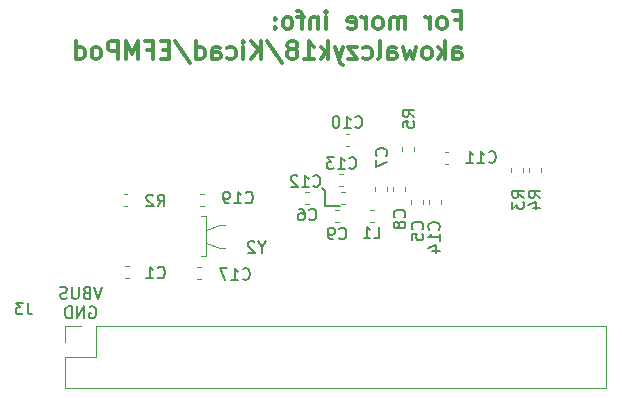
<source format=gbo>
G04 #@! TF.GenerationSoftware,KiCad,Pcbnew,(5.0.0)*
G04 #@! TF.CreationDate,2018-09-15T00:01:03-04:00*
G04 #@! TF.ProjectId,EFMPod,45464D506F642E6B696361645F706362,rev?*
G04 #@! TF.SameCoordinates,Original*
G04 #@! TF.FileFunction,Legend,Bot*
G04 #@! TF.FilePolarity,Positive*
%FSLAX46Y46*%
G04 Gerber Fmt 4.6, Leading zero omitted, Abs format (unit mm)*
G04 Created by KiCad (PCBNEW (5.0.0)) date 09/15/18 00:01:03*
%MOMM*%
%LPD*%
G01*
G04 APERTURE LIST*
%ADD10C,0.300000*%
%ADD11C,0.150000*%
%ADD12C,0.200000*%
%ADD13C,0.120000*%
G04 APERTURE END LIST*
D10*
X166079857Y-70499857D02*
X166579857Y-70499857D01*
X166579857Y-71285571D02*
X166579857Y-69785571D01*
X165865571Y-69785571D01*
X165079857Y-71285571D02*
X165222714Y-71214142D01*
X165294142Y-71142714D01*
X165365571Y-70999857D01*
X165365571Y-70571285D01*
X165294142Y-70428428D01*
X165222714Y-70357000D01*
X165079857Y-70285571D01*
X164865571Y-70285571D01*
X164722714Y-70357000D01*
X164651285Y-70428428D01*
X164579857Y-70571285D01*
X164579857Y-70999857D01*
X164651285Y-71142714D01*
X164722714Y-71214142D01*
X164865571Y-71285571D01*
X165079857Y-71285571D01*
X163937000Y-71285571D02*
X163937000Y-70285571D01*
X163937000Y-70571285D02*
X163865571Y-70428428D01*
X163794142Y-70357000D01*
X163651285Y-70285571D01*
X163508428Y-70285571D01*
X161865571Y-71285571D02*
X161865571Y-70285571D01*
X161865571Y-70428428D02*
X161794142Y-70357000D01*
X161651285Y-70285571D01*
X161437000Y-70285571D01*
X161294142Y-70357000D01*
X161222714Y-70499857D01*
X161222714Y-71285571D01*
X161222714Y-70499857D02*
X161151285Y-70357000D01*
X161008428Y-70285571D01*
X160794142Y-70285571D01*
X160651285Y-70357000D01*
X160579857Y-70499857D01*
X160579857Y-71285571D01*
X159651285Y-71285571D02*
X159794142Y-71214142D01*
X159865571Y-71142714D01*
X159937000Y-70999857D01*
X159937000Y-70571285D01*
X159865571Y-70428428D01*
X159794142Y-70357000D01*
X159651285Y-70285571D01*
X159437000Y-70285571D01*
X159294142Y-70357000D01*
X159222714Y-70428428D01*
X159151285Y-70571285D01*
X159151285Y-70999857D01*
X159222714Y-71142714D01*
X159294142Y-71214142D01*
X159437000Y-71285571D01*
X159651285Y-71285571D01*
X158508428Y-71285571D02*
X158508428Y-70285571D01*
X158508428Y-70571285D02*
X158437000Y-70428428D01*
X158365571Y-70357000D01*
X158222714Y-70285571D01*
X158079857Y-70285571D01*
X157008428Y-71214142D02*
X157151285Y-71285571D01*
X157437000Y-71285571D01*
X157579857Y-71214142D01*
X157651285Y-71071285D01*
X157651285Y-70499857D01*
X157579857Y-70357000D01*
X157437000Y-70285571D01*
X157151285Y-70285571D01*
X157008428Y-70357000D01*
X156937000Y-70499857D01*
X156937000Y-70642714D01*
X157651285Y-70785571D01*
X155151285Y-71285571D02*
X155151285Y-70285571D01*
X155151285Y-69785571D02*
X155222714Y-69857000D01*
X155151285Y-69928428D01*
X155079857Y-69857000D01*
X155151285Y-69785571D01*
X155151285Y-69928428D01*
X154437000Y-70285571D02*
X154437000Y-71285571D01*
X154437000Y-70428428D02*
X154365571Y-70357000D01*
X154222714Y-70285571D01*
X154008428Y-70285571D01*
X153865571Y-70357000D01*
X153794142Y-70499857D01*
X153794142Y-71285571D01*
X153294142Y-70285571D02*
X152722714Y-70285571D01*
X153079857Y-71285571D02*
X153079857Y-69999857D01*
X153008428Y-69857000D01*
X152865571Y-69785571D01*
X152722714Y-69785571D01*
X152008428Y-71285571D02*
X152151285Y-71214142D01*
X152222714Y-71142714D01*
X152294142Y-70999857D01*
X152294142Y-70571285D01*
X152222714Y-70428428D01*
X152151285Y-70357000D01*
X152008428Y-70285571D01*
X151794142Y-70285571D01*
X151651285Y-70357000D01*
X151579857Y-70428428D01*
X151508428Y-70571285D01*
X151508428Y-70999857D01*
X151579857Y-71142714D01*
X151651285Y-71214142D01*
X151794142Y-71285571D01*
X152008428Y-71285571D01*
X150865571Y-71142714D02*
X150794142Y-71214142D01*
X150865571Y-71285571D01*
X150937000Y-71214142D01*
X150865571Y-71142714D01*
X150865571Y-71285571D01*
X150865571Y-70357000D02*
X150794142Y-70428428D01*
X150865571Y-70499857D01*
X150937000Y-70428428D01*
X150865571Y-70357000D01*
X150865571Y-70499857D01*
X165937000Y-73835571D02*
X165937000Y-73049857D01*
X166008428Y-72907000D01*
X166151285Y-72835571D01*
X166437000Y-72835571D01*
X166579857Y-72907000D01*
X165937000Y-73764142D02*
X166079857Y-73835571D01*
X166437000Y-73835571D01*
X166579857Y-73764142D01*
X166651285Y-73621285D01*
X166651285Y-73478428D01*
X166579857Y-73335571D01*
X166437000Y-73264142D01*
X166079857Y-73264142D01*
X165937000Y-73192714D01*
X165222714Y-73835571D02*
X165222714Y-72335571D01*
X165079857Y-73264142D02*
X164651285Y-73835571D01*
X164651285Y-72835571D02*
X165222714Y-73407000D01*
X163794142Y-73835571D02*
X163937000Y-73764142D01*
X164008428Y-73692714D01*
X164079857Y-73549857D01*
X164079857Y-73121285D01*
X164008428Y-72978428D01*
X163937000Y-72907000D01*
X163794142Y-72835571D01*
X163579857Y-72835571D01*
X163437000Y-72907000D01*
X163365571Y-72978428D01*
X163294142Y-73121285D01*
X163294142Y-73549857D01*
X163365571Y-73692714D01*
X163437000Y-73764142D01*
X163579857Y-73835571D01*
X163794142Y-73835571D01*
X162794142Y-72835571D02*
X162508428Y-73835571D01*
X162222714Y-73121285D01*
X161937000Y-73835571D01*
X161651285Y-72835571D01*
X160437000Y-73835571D02*
X160437000Y-73049857D01*
X160508428Y-72907000D01*
X160651285Y-72835571D01*
X160937000Y-72835571D01*
X161079857Y-72907000D01*
X160437000Y-73764142D02*
X160579857Y-73835571D01*
X160937000Y-73835571D01*
X161079857Y-73764142D01*
X161151285Y-73621285D01*
X161151285Y-73478428D01*
X161079857Y-73335571D01*
X160937000Y-73264142D01*
X160579857Y-73264142D01*
X160437000Y-73192714D01*
X159508428Y-73835571D02*
X159651285Y-73764142D01*
X159722714Y-73621285D01*
X159722714Y-72335571D01*
X158294142Y-73764142D02*
X158437000Y-73835571D01*
X158722714Y-73835571D01*
X158865571Y-73764142D01*
X158937000Y-73692714D01*
X159008428Y-73549857D01*
X159008428Y-73121285D01*
X158937000Y-72978428D01*
X158865571Y-72907000D01*
X158722714Y-72835571D01*
X158437000Y-72835571D01*
X158294142Y-72907000D01*
X157794142Y-72835571D02*
X157008428Y-72835571D01*
X157794142Y-73835571D01*
X157008428Y-73835571D01*
X156579857Y-72835571D02*
X156222714Y-73835571D01*
X155865571Y-72835571D02*
X156222714Y-73835571D01*
X156365571Y-74192714D01*
X156437000Y-74264142D01*
X156579857Y-74335571D01*
X155294142Y-73835571D02*
X155294142Y-72335571D01*
X155151285Y-73264142D02*
X154722714Y-73835571D01*
X154722714Y-72835571D02*
X155294142Y-73407000D01*
X153294142Y-73835571D02*
X154151285Y-73835571D01*
X153722714Y-73835571D02*
X153722714Y-72335571D01*
X153865571Y-72549857D01*
X154008428Y-72692714D01*
X154151285Y-72764142D01*
X152437000Y-72978428D02*
X152579857Y-72907000D01*
X152651285Y-72835571D01*
X152722714Y-72692714D01*
X152722714Y-72621285D01*
X152651285Y-72478428D01*
X152579857Y-72407000D01*
X152437000Y-72335571D01*
X152151285Y-72335571D01*
X152008428Y-72407000D01*
X151937000Y-72478428D01*
X151865571Y-72621285D01*
X151865571Y-72692714D01*
X151937000Y-72835571D01*
X152008428Y-72907000D01*
X152151285Y-72978428D01*
X152437000Y-72978428D01*
X152579857Y-73049857D01*
X152651285Y-73121285D01*
X152722714Y-73264142D01*
X152722714Y-73549857D01*
X152651285Y-73692714D01*
X152579857Y-73764142D01*
X152437000Y-73835571D01*
X152151285Y-73835571D01*
X152008428Y-73764142D01*
X151937000Y-73692714D01*
X151865571Y-73549857D01*
X151865571Y-73264142D01*
X151937000Y-73121285D01*
X152008428Y-73049857D01*
X152151285Y-72978428D01*
X150151285Y-72264142D02*
X151437000Y-74192714D01*
X149651285Y-73835571D02*
X149651285Y-72335571D01*
X148794142Y-73835571D02*
X149437000Y-72978428D01*
X148794142Y-72335571D02*
X149651285Y-73192714D01*
X148151285Y-73835571D02*
X148151285Y-72835571D01*
X148151285Y-72335571D02*
X148222714Y-72407000D01*
X148151285Y-72478428D01*
X148079857Y-72407000D01*
X148151285Y-72335571D01*
X148151285Y-72478428D01*
X146794142Y-73764142D02*
X146937000Y-73835571D01*
X147222714Y-73835571D01*
X147365571Y-73764142D01*
X147437000Y-73692714D01*
X147508428Y-73549857D01*
X147508428Y-73121285D01*
X147437000Y-72978428D01*
X147365571Y-72907000D01*
X147222714Y-72835571D01*
X146937000Y-72835571D01*
X146794142Y-72907000D01*
X145508428Y-73835571D02*
X145508428Y-73049857D01*
X145579857Y-72907000D01*
X145722714Y-72835571D01*
X146008428Y-72835571D01*
X146151285Y-72907000D01*
X145508428Y-73764142D02*
X145651285Y-73835571D01*
X146008428Y-73835571D01*
X146151285Y-73764142D01*
X146222714Y-73621285D01*
X146222714Y-73478428D01*
X146151285Y-73335571D01*
X146008428Y-73264142D01*
X145651285Y-73264142D01*
X145508428Y-73192714D01*
X144151285Y-73835571D02*
X144151285Y-72335571D01*
X144151285Y-73764142D02*
X144294142Y-73835571D01*
X144579857Y-73835571D01*
X144722714Y-73764142D01*
X144794142Y-73692714D01*
X144865571Y-73549857D01*
X144865571Y-73121285D01*
X144794142Y-72978428D01*
X144722714Y-72907000D01*
X144579857Y-72835571D01*
X144294142Y-72835571D01*
X144151285Y-72907000D01*
X142365571Y-72264142D02*
X143651285Y-74192714D01*
X141865571Y-73049857D02*
X141365571Y-73049857D01*
X141151285Y-73835571D02*
X141865571Y-73835571D01*
X141865571Y-72335571D01*
X141151285Y-72335571D01*
X140008428Y-73049857D02*
X140508428Y-73049857D01*
X140508428Y-73835571D02*
X140508428Y-72335571D01*
X139794142Y-72335571D01*
X139222714Y-73835571D02*
X139222714Y-72335571D01*
X138722714Y-73407000D01*
X138222714Y-72335571D01*
X138222714Y-73835571D01*
X137508428Y-73835571D02*
X137508428Y-72335571D01*
X136937000Y-72335571D01*
X136794142Y-72407000D01*
X136722714Y-72478428D01*
X136651285Y-72621285D01*
X136651285Y-72835571D01*
X136722714Y-72978428D01*
X136794142Y-73049857D01*
X136937000Y-73121285D01*
X137508428Y-73121285D01*
X135794142Y-73835571D02*
X135937000Y-73764142D01*
X136008428Y-73692714D01*
X136079857Y-73549857D01*
X136079857Y-73121285D01*
X136008428Y-72978428D01*
X135937000Y-72907000D01*
X135794142Y-72835571D01*
X135579857Y-72835571D01*
X135437000Y-72907000D01*
X135365571Y-72978428D01*
X135294142Y-73121285D01*
X135294142Y-73549857D01*
X135365571Y-73692714D01*
X135437000Y-73764142D01*
X135579857Y-73835571D01*
X135794142Y-73835571D01*
X134008428Y-73835571D02*
X134008428Y-72335571D01*
X134008428Y-73764142D02*
X134151285Y-73835571D01*
X134437000Y-73835571D01*
X134579857Y-73764142D01*
X134651285Y-73692714D01*
X134722714Y-73549857D01*
X134722714Y-73121285D01*
X134651285Y-72978428D01*
X134579857Y-72907000D01*
X134437000Y-72835571D01*
X134151285Y-72835571D01*
X134008428Y-72907000D01*
D11*
X136199333Y-93115380D02*
X135866000Y-94115380D01*
X135532666Y-93115380D01*
X134866000Y-93591571D02*
X134723142Y-93639190D01*
X134675523Y-93686809D01*
X134627904Y-93782047D01*
X134627904Y-93924904D01*
X134675523Y-94020142D01*
X134723142Y-94067761D01*
X134818380Y-94115380D01*
X135199333Y-94115380D01*
X135199333Y-93115380D01*
X134866000Y-93115380D01*
X134770761Y-93163000D01*
X134723142Y-93210619D01*
X134675523Y-93305857D01*
X134675523Y-93401095D01*
X134723142Y-93496333D01*
X134770761Y-93543952D01*
X134866000Y-93591571D01*
X135199333Y-93591571D01*
X134199333Y-93115380D02*
X134199333Y-93924904D01*
X134151714Y-94020142D01*
X134104095Y-94067761D01*
X134008857Y-94115380D01*
X133818380Y-94115380D01*
X133723142Y-94067761D01*
X133675523Y-94020142D01*
X133627904Y-93924904D01*
X133627904Y-93115380D01*
X133199333Y-94067761D02*
X133056476Y-94115380D01*
X132818380Y-94115380D01*
X132723142Y-94067761D01*
X132675523Y-94020142D01*
X132627904Y-93924904D01*
X132627904Y-93829666D01*
X132675523Y-93734428D01*
X132723142Y-93686809D01*
X132818380Y-93639190D01*
X133008857Y-93591571D01*
X133104095Y-93543952D01*
X133151714Y-93496333D01*
X133199333Y-93401095D01*
X133199333Y-93305857D01*
X133151714Y-93210619D01*
X133104095Y-93163000D01*
X133008857Y-93115380D01*
X132770761Y-93115380D01*
X132627904Y-93163000D01*
X135127904Y-94813000D02*
X135223142Y-94765380D01*
X135366000Y-94765380D01*
X135508857Y-94813000D01*
X135604095Y-94908238D01*
X135651714Y-95003476D01*
X135699333Y-95193952D01*
X135699333Y-95336809D01*
X135651714Y-95527285D01*
X135604095Y-95622523D01*
X135508857Y-95717761D01*
X135366000Y-95765380D01*
X135270761Y-95765380D01*
X135127904Y-95717761D01*
X135080285Y-95670142D01*
X135080285Y-95336809D01*
X135270761Y-95336809D01*
X134651714Y-95765380D02*
X134651714Y-94765380D01*
X134080285Y-95765380D01*
X134080285Y-94765380D01*
X133604095Y-95765380D02*
X133604095Y-94765380D01*
X133366000Y-94765380D01*
X133223142Y-94813000D01*
X133127904Y-94908238D01*
X133080285Y-95003476D01*
X133032666Y-95193952D01*
X133032666Y-95336809D01*
X133080285Y-95527285D01*
X133127904Y-95622523D01*
X133223142Y-95717761D01*
X133366000Y-95765380D01*
X133604095Y-95765380D01*
D12*
X155067000Y-86233000D02*
X156337000Y-86233000D01*
X155067000Y-84963000D02*
X155067000Y-86233000D01*
X154813000Y-84709000D02*
X155067000Y-84963000D01*
D13*
G04 #@! TO.C,C1*
X138140221Y-91311000D02*
X138465779Y-91311000D01*
X138140221Y-92331000D02*
X138465779Y-92331000D01*
G04 #@! TO.C,C5*
X163324000Y-86116279D02*
X163324000Y-85790721D01*
X162304000Y-86116279D02*
X162304000Y-85790721D01*
G04 #@! TO.C,C6*
X153380221Y-86108000D02*
X153705779Y-86108000D01*
X153380221Y-85088000D02*
X153705779Y-85088000D01*
G04 #@! TO.C,C7*
X160276000Y-84998779D02*
X160276000Y-84673221D01*
X159256000Y-84998779D02*
X159256000Y-84673221D01*
G04 #@! TO.C,C8*
X160780000Y-84998779D02*
X160780000Y-84673221D01*
X161800000Y-84998779D02*
X161800000Y-84673221D01*
G04 #@! TO.C,C9*
X156220279Y-87632000D02*
X155894721Y-87632000D01*
X156220279Y-86612000D02*
X155894721Y-86612000D01*
G04 #@! TO.C,C10*
X157134779Y-80135000D02*
X156809221Y-80135000D01*
X157134779Y-81155000D02*
X156809221Y-81155000D01*
G04 #@! TO.C,C11*
X165191221Y-81659000D02*
X165516779Y-81659000D01*
X165191221Y-82679000D02*
X165516779Y-82679000D01*
G04 #@! TO.C,C12*
X156753779Y-85088000D02*
X156428221Y-85088000D01*
X156753779Y-86108000D02*
X156428221Y-86108000D01*
G04 #@! TO.C,C13*
X156601279Y-84584000D02*
X156275721Y-84584000D01*
X156601279Y-83564000D02*
X156275721Y-83564000D01*
G04 #@! TO.C,C14*
X163828000Y-86116279D02*
X163828000Y-85790721D01*
X164848000Y-86116279D02*
X164848000Y-85790721D01*
G04 #@! TO.C,C17*
X144561779Y-92458000D02*
X144236221Y-92458000D01*
X144561779Y-91438000D02*
X144236221Y-91438000D01*
G04 #@! TO.C,C19*
X144815779Y-85215000D02*
X144490221Y-85215000D01*
X144815779Y-86235000D02*
X144490221Y-86235000D01*
G04 #@! TO.C,J3*
X178876000Y-96460000D02*
X178876000Y-101660000D01*
X135636000Y-96460000D02*
X178876000Y-96460000D01*
X133036000Y-101660000D02*
X178876000Y-101660000D01*
X135636000Y-96460000D02*
X135636000Y-99060000D01*
X135636000Y-99060000D02*
X133036000Y-99060000D01*
X133036000Y-99060000D02*
X133036000Y-101660000D01*
X134366000Y-96460000D02*
X133036000Y-96460000D01*
X133036000Y-96460000D02*
X133036000Y-97790000D01*
G04 #@! TO.C,L1*
X158866721Y-87632000D02*
X159192279Y-87632000D01*
X158866721Y-86612000D02*
X159192279Y-86612000D01*
G04 #@! TO.C,R2*
X138013221Y-86235000D02*
X138338779Y-86235000D01*
X138013221Y-85215000D02*
X138338779Y-85215000D01*
G04 #@! TO.C,R3*
X170813000Y-83373279D02*
X170813000Y-83047721D01*
X171833000Y-83373279D02*
X171833000Y-83047721D01*
G04 #@! TO.C,R4*
X173357000Y-83373279D02*
X173357000Y-83047721D01*
X172337000Y-83373279D02*
X172337000Y-83047721D01*
G04 #@! TO.C,R5*
X161542000Y-81569779D02*
X161542000Y-81244221D01*
X162562000Y-81569779D02*
X162562000Y-81244221D01*
G04 #@! TO.C,Y2*
X144520000Y-90539000D02*
X145020000Y-90539000D01*
X145020000Y-90539000D02*
X145020000Y-87139000D01*
X145020000Y-87139000D02*
X144520000Y-87139000D01*
X145020000Y-89384000D02*
X146170000Y-89789000D01*
X146170000Y-89789000D02*
X146620000Y-89789000D01*
X145020000Y-88294000D02*
X146170000Y-87889000D01*
X146170000Y-87889000D02*
X146620000Y-87889000D01*
G04 #@! TO.C,C1*
D11*
X140882666Y-92305142D02*
X140930285Y-92352761D01*
X141073142Y-92400380D01*
X141168380Y-92400380D01*
X141311238Y-92352761D01*
X141406476Y-92257523D01*
X141454095Y-92162285D01*
X141501714Y-91971809D01*
X141501714Y-91828952D01*
X141454095Y-91638476D01*
X141406476Y-91543238D01*
X141311238Y-91448000D01*
X141168380Y-91400380D01*
X141073142Y-91400380D01*
X140930285Y-91448000D01*
X140882666Y-91495619D01*
X139930285Y-92400380D02*
X140501714Y-92400380D01*
X140216000Y-92400380D02*
X140216000Y-91400380D01*
X140311238Y-91543238D01*
X140406476Y-91638476D01*
X140501714Y-91686095D01*
G04 #@! TO.C,C5*
X163298142Y-88225333D02*
X163345761Y-88177714D01*
X163393380Y-88034857D01*
X163393380Y-87939619D01*
X163345761Y-87796761D01*
X163250523Y-87701523D01*
X163155285Y-87653904D01*
X162964809Y-87606285D01*
X162821952Y-87606285D01*
X162631476Y-87653904D01*
X162536238Y-87701523D01*
X162441000Y-87796761D01*
X162393380Y-87939619D01*
X162393380Y-88034857D01*
X162441000Y-88177714D01*
X162488619Y-88225333D01*
X162393380Y-89130095D02*
X162393380Y-88653904D01*
X162869571Y-88606285D01*
X162821952Y-88653904D01*
X162774333Y-88749142D01*
X162774333Y-88987238D01*
X162821952Y-89082476D01*
X162869571Y-89130095D01*
X162964809Y-89177714D01*
X163202904Y-89177714D01*
X163298142Y-89130095D01*
X163345761Y-89082476D01*
X163393380Y-88987238D01*
X163393380Y-88749142D01*
X163345761Y-88653904D01*
X163298142Y-88606285D01*
G04 #@! TO.C,C6*
X153709666Y-87385142D02*
X153757285Y-87432761D01*
X153900142Y-87480380D01*
X153995380Y-87480380D01*
X154138238Y-87432761D01*
X154233476Y-87337523D01*
X154281095Y-87242285D01*
X154328714Y-87051809D01*
X154328714Y-86908952D01*
X154281095Y-86718476D01*
X154233476Y-86623238D01*
X154138238Y-86528000D01*
X153995380Y-86480380D01*
X153900142Y-86480380D01*
X153757285Y-86528000D01*
X153709666Y-86575619D01*
X152852523Y-86480380D02*
X153043000Y-86480380D01*
X153138238Y-86528000D01*
X153185857Y-86575619D01*
X153281095Y-86718476D01*
X153328714Y-86908952D01*
X153328714Y-87289904D01*
X153281095Y-87385142D01*
X153233476Y-87432761D01*
X153138238Y-87480380D01*
X152947761Y-87480380D01*
X152852523Y-87432761D01*
X152804904Y-87385142D01*
X152757285Y-87289904D01*
X152757285Y-87051809D01*
X152804904Y-86956571D01*
X152852523Y-86908952D01*
X152947761Y-86861333D01*
X153138238Y-86861333D01*
X153233476Y-86908952D01*
X153281095Y-86956571D01*
X153328714Y-87051809D01*
G04 #@! TO.C,C7*
X160250142Y-82002333D02*
X160297761Y-81954714D01*
X160345380Y-81811857D01*
X160345380Y-81716619D01*
X160297761Y-81573761D01*
X160202523Y-81478523D01*
X160107285Y-81430904D01*
X159916809Y-81383285D01*
X159773952Y-81383285D01*
X159583476Y-81430904D01*
X159488238Y-81478523D01*
X159393000Y-81573761D01*
X159345380Y-81716619D01*
X159345380Y-81811857D01*
X159393000Y-81954714D01*
X159440619Y-82002333D01*
X159345380Y-82335666D02*
X159345380Y-83002333D01*
X160345380Y-82573761D01*
G04 #@! TO.C,C8*
X161774142Y-87209333D02*
X161821761Y-87161714D01*
X161869380Y-87018857D01*
X161869380Y-86923619D01*
X161821761Y-86780761D01*
X161726523Y-86685523D01*
X161631285Y-86637904D01*
X161440809Y-86590285D01*
X161297952Y-86590285D01*
X161107476Y-86637904D01*
X161012238Y-86685523D01*
X160917000Y-86780761D01*
X160869380Y-86923619D01*
X160869380Y-87018857D01*
X160917000Y-87161714D01*
X160964619Y-87209333D01*
X161297952Y-87780761D02*
X161250333Y-87685523D01*
X161202714Y-87637904D01*
X161107476Y-87590285D01*
X161059857Y-87590285D01*
X160964619Y-87637904D01*
X160917000Y-87685523D01*
X160869380Y-87780761D01*
X160869380Y-87971238D01*
X160917000Y-88066476D01*
X160964619Y-88114095D01*
X161059857Y-88161714D01*
X161107476Y-88161714D01*
X161202714Y-88114095D01*
X161250333Y-88066476D01*
X161297952Y-87971238D01*
X161297952Y-87780761D01*
X161345571Y-87685523D01*
X161393190Y-87637904D01*
X161488428Y-87590285D01*
X161678904Y-87590285D01*
X161774142Y-87637904D01*
X161821761Y-87685523D01*
X161869380Y-87780761D01*
X161869380Y-87971238D01*
X161821761Y-88066476D01*
X161774142Y-88114095D01*
X161678904Y-88161714D01*
X161488428Y-88161714D01*
X161393190Y-88114095D01*
X161345571Y-88066476D01*
X161297952Y-87971238D01*
G04 #@! TO.C,C9*
X156249666Y-89003142D02*
X156297285Y-89050761D01*
X156440142Y-89098380D01*
X156535380Y-89098380D01*
X156678238Y-89050761D01*
X156773476Y-88955523D01*
X156821095Y-88860285D01*
X156868714Y-88669809D01*
X156868714Y-88526952D01*
X156821095Y-88336476D01*
X156773476Y-88241238D01*
X156678238Y-88146000D01*
X156535380Y-88098380D01*
X156440142Y-88098380D01*
X156297285Y-88146000D01*
X156249666Y-88193619D01*
X155773476Y-89098380D02*
X155583000Y-89098380D01*
X155487761Y-89050761D01*
X155440142Y-89003142D01*
X155344904Y-88860285D01*
X155297285Y-88669809D01*
X155297285Y-88288857D01*
X155344904Y-88193619D01*
X155392523Y-88146000D01*
X155487761Y-88098380D01*
X155678238Y-88098380D01*
X155773476Y-88146000D01*
X155821095Y-88193619D01*
X155868714Y-88288857D01*
X155868714Y-88526952D01*
X155821095Y-88622190D01*
X155773476Y-88669809D01*
X155678238Y-88717428D01*
X155487761Y-88717428D01*
X155392523Y-88669809D01*
X155344904Y-88622190D01*
X155297285Y-88526952D01*
G04 #@! TO.C,C10*
X157614857Y-79572142D02*
X157662476Y-79619761D01*
X157805333Y-79667380D01*
X157900571Y-79667380D01*
X158043428Y-79619761D01*
X158138666Y-79524523D01*
X158186285Y-79429285D01*
X158233904Y-79238809D01*
X158233904Y-79095952D01*
X158186285Y-78905476D01*
X158138666Y-78810238D01*
X158043428Y-78715000D01*
X157900571Y-78667380D01*
X157805333Y-78667380D01*
X157662476Y-78715000D01*
X157614857Y-78762619D01*
X156662476Y-79667380D02*
X157233904Y-79667380D01*
X156948190Y-79667380D02*
X156948190Y-78667380D01*
X157043428Y-78810238D01*
X157138666Y-78905476D01*
X157233904Y-78953095D01*
X156043428Y-78667380D02*
X155948190Y-78667380D01*
X155852952Y-78715000D01*
X155805333Y-78762619D01*
X155757714Y-78857857D01*
X155710095Y-79048333D01*
X155710095Y-79286428D01*
X155757714Y-79476904D01*
X155805333Y-79572142D01*
X155852952Y-79619761D01*
X155948190Y-79667380D01*
X156043428Y-79667380D01*
X156138666Y-79619761D01*
X156186285Y-79572142D01*
X156233904Y-79476904D01*
X156281523Y-79286428D01*
X156281523Y-79048333D01*
X156233904Y-78857857D01*
X156186285Y-78762619D01*
X156138666Y-78715000D01*
X156043428Y-78667380D01*
G04 #@! TO.C,C11*
X168917857Y-82526142D02*
X168965476Y-82573761D01*
X169108333Y-82621380D01*
X169203571Y-82621380D01*
X169346428Y-82573761D01*
X169441666Y-82478523D01*
X169489285Y-82383285D01*
X169536904Y-82192809D01*
X169536904Y-82049952D01*
X169489285Y-81859476D01*
X169441666Y-81764238D01*
X169346428Y-81669000D01*
X169203571Y-81621380D01*
X169108333Y-81621380D01*
X168965476Y-81669000D01*
X168917857Y-81716619D01*
X167965476Y-82621380D02*
X168536904Y-82621380D01*
X168251190Y-82621380D02*
X168251190Y-81621380D01*
X168346428Y-81764238D01*
X168441666Y-81859476D01*
X168536904Y-81907095D01*
X167013095Y-82621380D02*
X167584523Y-82621380D01*
X167298809Y-82621380D02*
X167298809Y-81621380D01*
X167394047Y-81764238D01*
X167489285Y-81859476D01*
X167584523Y-81907095D01*
G04 #@! TO.C,C12*
X154058857Y-84558142D02*
X154106476Y-84605761D01*
X154249333Y-84653380D01*
X154344571Y-84653380D01*
X154487428Y-84605761D01*
X154582666Y-84510523D01*
X154630285Y-84415285D01*
X154677904Y-84224809D01*
X154677904Y-84081952D01*
X154630285Y-83891476D01*
X154582666Y-83796238D01*
X154487428Y-83701000D01*
X154344571Y-83653380D01*
X154249333Y-83653380D01*
X154106476Y-83701000D01*
X154058857Y-83748619D01*
X153106476Y-84653380D02*
X153677904Y-84653380D01*
X153392190Y-84653380D02*
X153392190Y-83653380D01*
X153487428Y-83796238D01*
X153582666Y-83891476D01*
X153677904Y-83939095D01*
X152725523Y-83748619D02*
X152677904Y-83701000D01*
X152582666Y-83653380D01*
X152344571Y-83653380D01*
X152249333Y-83701000D01*
X152201714Y-83748619D01*
X152154095Y-83843857D01*
X152154095Y-83939095D01*
X152201714Y-84081952D01*
X152773142Y-84653380D01*
X152154095Y-84653380D01*
G04 #@! TO.C,C13*
X157106857Y-83034142D02*
X157154476Y-83081761D01*
X157297333Y-83129380D01*
X157392571Y-83129380D01*
X157535428Y-83081761D01*
X157630666Y-82986523D01*
X157678285Y-82891285D01*
X157725904Y-82700809D01*
X157725904Y-82557952D01*
X157678285Y-82367476D01*
X157630666Y-82272238D01*
X157535428Y-82177000D01*
X157392571Y-82129380D01*
X157297333Y-82129380D01*
X157154476Y-82177000D01*
X157106857Y-82224619D01*
X156154476Y-83129380D02*
X156725904Y-83129380D01*
X156440190Y-83129380D02*
X156440190Y-82129380D01*
X156535428Y-82272238D01*
X156630666Y-82367476D01*
X156725904Y-82415095D01*
X155821142Y-82129380D02*
X155202095Y-82129380D01*
X155535428Y-82510333D01*
X155392571Y-82510333D01*
X155297333Y-82557952D01*
X155249714Y-82605571D01*
X155202095Y-82700809D01*
X155202095Y-82938904D01*
X155249714Y-83034142D01*
X155297333Y-83081761D01*
X155392571Y-83129380D01*
X155678285Y-83129380D01*
X155773523Y-83081761D01*
X155821142Y-83034142D01*
G04 #@! TO.C,C14*
X164695142Y-88257142D02*
X164742761Y-88209523D01*
X164790380Y-88066666D01*
X164790380Y-87971428D01*
X164742761Y-87828571D01*
X164647523Y-87733333D01*
X164552285Y-87685714D01*
X164361809Y-87638095D01*
X164218952Y-87638095D01*
X164028476Y-87685714D01*
X163933238Y-87733333D01*
X163838000Y-87828571D01*
X163790380Y-87971428D01*
X163790380Y-88066666D01*
X163838000Y-88209523D01*
X163885619Y-88257142D01*
X164790380Y-89209523D02*
X164790380Y-88638095D01*
X164790380Y-88923809D02*
X163790380Y-88923809D01*
X163933238Y-88828571D01*
X164028476Y-88733333D01*
X164076095Y-88638095D01*
X164123714Y-90066666D02*
X164790380Y-90066666D01*
X163742761Y-89828571D02*
X164457047Y-89590476D01*
X164457047Y-90209523D01*
G04 #@! TO.C,C17*
X148089857Y-92432142D02*
X148137476Y-92479761D01*
X148280333Y-92527380D01*
X148375571Y-92527380D01*
X148518428Y-92479761D01*
X148613666Y-92384523D01*
X148661285Y-92289285D01*
X148708904Y-92098809D01*
X148708904Y-91955952D01*
X148661285Y-91765476D01*
X148613666Y-91670238D01*
X148518428Y-91575000D01*
X148375571Y-91527380D01*
X148280333Y-91527380D01*
X148137476Y-91575000D01*
X148089857Y-91622619D01*
X147137476Y-92527380D02*
X147708904Y-92527380D01*
X147423190Y-92527380D02*
X147423190Y-91527380D01*
X147518428Y-91670238D01*
X147613666Y-91765476D01*
X147708904Y-91813095D01*
X146804142Y-91527380D02*
X146137476Y-91527380D01*
X146566047Y-92527380D01*
G04 #@! TO.C,C19*
X148343857Y-85955142D02*
X148391476Y-86002761D01*
X148534333Y-86050380D01*
X148629571Y-86050380D01*
X148772428Y-86002761D01*
X148867666Y-85907523D01*
X148915285Y-85812285D01*
X148962904Y-85621809D01*
X148962904Y-85478952D01*
X148915285Y-85288476D01*
X148867666Y-85193238D01*
X148772428Y-85098000D01*
X148629571Y-85050380D01*
X148534333Y-85050380D01*
X148391476Y-85098000D01*
X148343857Y-85145619D01*
X147391476Y-86050380D02*
X147962904Y-86050380D01*
X147677190Y-86050380D02*
X147677190Y-85050380D01*
X147772428Y-85193238D01*
X147867666Y-85288476D01*
X147962904Y-85336095D01*
X146915285Y-86050380D02*
X146724809Y-86050380D01*
X146629571Y-86002761D01*
X146581952Y-85955142D01*
X146486714Y-85812285D01*
X146439095Y-85621809D01*
X146439095Y-85240857D01*
X146486714Y-85145619D01*
X146534333Y-85098000D01*
X146629571Y-85050380D01*
X146820047Y-85050380D01*
X146915285Y-85098000D01*
X146962904Y-85145619D01*
X147010523Y-85240857D01*
X147010523Y-85478952D01*
X146962904Y-85574190D01*
X146915285Y-85621809D01*
X146820047Y-85669428D01*
X146629571Y-85669428D01*
X146534333Y-85621809D01*
X146486714Y-85574190D01*
X146439095Y-85478952D01*
G04 #@! TO.C,J3*
X129873333Y-94448380D02*
X129873333Y-95162666D01*
X129920952Y-95305523D01*
X130016190Y-95400761D01*
X130159047Y-95448380D01*
X130254285Y-95448380D01*
X129492380Y-94448380D02*
X128873333Y-94448380D01*
X129206666Y-94829333D01*
X129063809Y-94829333D01*
X128968571Y-94876952D01*
X128920952Y-94924571D01*
X128873333Y-95019809D01*
X128873333Y-95257904D01*
X128920952Y-95353142D01*
X128968571Y-95400761D01*
X129063809Y-95448380D01*
X129349523Y-95448380D01*
X129444761Y-95400761D01*
X129492380Y-95353142D01*
G04 #@! TO.C,L1*
X159196166Y-89004380D02*
X159672357Y-89004380D01*
X159672357Y-88004380D01*
X158339023Y-89004380D02*
X158910452Y-89004380D01*
X158624738Y-89004380D02*
X158624738Y-88004380D01*
X158719976Y-88147238D01*
X158815214Y-88242476D01*
X158910452Y-88290095D01*
G04 #@! TO.C,R2*
X140882666Y-86304380D02*
X141216000Y-85828190D01*
X141454095Y-86304380D02*
X141454095Y-85304380D01*
X141073142Y-85304380D01*
X140977904Y-85352000D01*
X140930285Y-85399619D01*
X140882666Y-85494857D01*
X140882666Y-85637714D01*
X140930285Y-85732952D01*
X140977904Y-85780571D01*
X141073142Y-85828190D01*
X141454095Y-85828190D01*
X140501714Y-85399619D02*
X140454095Y-85352000D01*
X140358857Y-85304380D01*
X140120761Y-85304380D01*
X140025523Y-85352000D01*
X139977904Y-85399619D01*
X139930285Y-85494857D01*
X139930285Y-85590095D01*
X139977904Y-85732952D01*
X140549333Y-86304380D01*
X139930285Y-86304380D01*
G04 #@! TO.C,R3*
X171902380Y-85558333D02*
X171426190Y-85225000D01*
X171902380Y-84986904D02*
X170902380Y-84986904D01*
X170902380Y-85367857D01*
X170950000Y-85463095D01*
X170997619Y-85510714D01*
X171092857Y-85558333D01*
X171235714Y-85558333D01*
X171330952Y-85510714D01*
X171378571Y-85463095D01*
X171426190Y-85367857D01*
X171426190Y-84986904D01*
X170902380Y-85891666D02*
X170902380Y-86510714D01*
X171283333Y-86177380D01*
X171283333Y-86320238D01*
X171330952Y-86415476D01*
X171378571Y-86463095D01*
X171473809Y-86510714D01*
X171711904Y-86510714D01*
X171807142Y-86463095D01*
X171854761Y-86415476D01*
X171902380Y-86320238D01*
X171902380Y-86034523D01*
X171854761Y-85939285D01*
X171807142Y-85891666D01*
G04 #@! TO.C,R4*
X173299380Y-85558333D02*
X172823190Y-85225000D01*
X173299380Y-84986904D02*
X172299380Y-84986904D01*
X172299380Y-85367857D01*
X172347000Y-85463095D01*
X172394619Y-85510714D01*
X172489857Y-85558333D01*
X172632714Y-85558333D01*
X172727952Y-85510714D01*
X172775571Y-85463095D01*
X172823190Y-85367857D01*
X172823190Y-84986904D01*
X172632714Y-86415476D02*
X173299380Y-86415476D01*
X172251761Y-86177380D02*
X172966047Y-85939285D01*
X172966047Y-86558333D01*
G04 #@! TO.C,R5*
X162631380Y-78700333D02*
X162155190Y-78367000D01*
X162631380Y-78128904D02*
X161631380Y-78128904D01*
X161631380Y-78509857D01*
X161679000Y-78605095D01*
X161726619Y-78652714D01*
X161821857Y-78700333D01*
X161964714Y-78700333D01*
X162059952Y-78652714D01*
X162107571Y-78605095D01*
X162155190Y-78509857D01*
X162155190Y-78128904D01*
X161631380Y-79605095D02*
X161631380Y-79128904D01*
X162107571Y-79081285D01*
X162059952Y-79128904D01*
X162012333Y-79224142D01*
X162012333Y-79462238D01*
X162059952Y-79557476D01*
X162107571Y-79605095D01*
X162202809Y-79652714D01*
X162440904Y-79652714D01*
X162536142Y-79605095D01*
X162583761Y-79557476D01*
X162631380Y-79462238D01*
X162631380Y-79224142D01*
X162583761Y-79128904D01*
X162536142Y-79081285D01*
G04 #@! TO.C,Y2*
X149701190Y-89765190D02*
X149701190Y-90241380D01*
X150034523Y-89241380D02*
X149701190Y-89765190D01*
X149367857Y-89241380D01*
X149082142Y-89336619D02*
X149034523Y-89289000D01*
X148939285Y-89241380D01*
X148701190Y-89241380D01*
X148605952Y-89289000D01*
X148558333Y-89336619D01*
X148510714Y-89431857D01*
X148510714Y-89527095D01*
X148558333Y-89669952D01*
X149129761Y-90241380D01*
X148510714Y-90241380D01*
G04 #@! TD*
M02*

</source>
